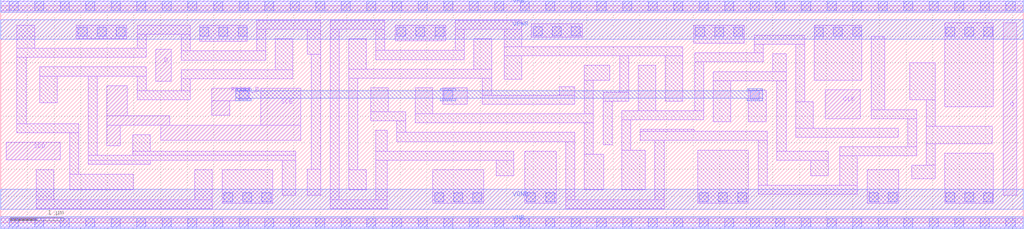
<source format=lef>
# Copyright 2020 The SkyWater PDK Authors
#
# Licensed under the Apache License, Version 2.0 (the "License");
# you may not use this file except in compliance with the License.
# You may obtain a copy of the License at
#
#     https://www.apache.org/licenses/LICENSE-2.0
#
# Unless required by applicable law or agreed to in writing, software
# distributed under the License is distributed on an "AS IS" BASIS,
# WITHOUT WARRANTIES OR CONDITIONS OF ANY KIND, either express or implied.
# See the License for the specific language governing permissions and
# limitations under the License.
#
# SPDX-License-Identifier: Apache-2.0

VERSION 5.5 ;
NAMESCASESENSITIVE ON ;
BUSBITCHARS "[]" ;
DIVIDERCHAR "/" ;
SITE unithvdbl
    SYMMETRY y  ;
    CLASS CORE  ;
    SIZE  0.480 BY 8.140 ;
END unithvdbl
MACRO sky130_fd_sc_hvl__sdfrtp_1
  CLASS CORE ;
  SOURCE USER ;
  ORIGIN  0.000000  0.000000 ;
  SIZE  19.20000 BY  4.070000 ;
  SYMMETRY X Y ;
  SITE unithv ;
  PIN D
    ANTENNAGATEAREA  0.420000 ;
    DIRECTION INPUT ;
    USE SIGNAL ;
    PORT
      LAYER li1 ;
        RECT 2.910000 2.660000 3.205000 3.260000 ;
    END
  END D
  PIN Q
    ANTENNADIFFAREA  0.626250 ;
    DIRECTION OUTPUT ;
    USE SIGNAL ;
    PORT
      LAYER li1 ;
        RECT 18.820000 0.515000 19.075000 3.755000 ;
    END
  END Q
  PIN RESET_B
    ANTENNAPARTIALMETALSIDEAREA  7.210000 ;
    DIRECTION INPUT ;
    USE SIGNAL ;
    PORT
      LAYER li1 ;
        RECT 3.965000 2.015000 4.300000 2.290000 ;
        RECT 3.965000 2.290000 4.675000 2.525000 ;
    END
  END RESET_B
  PIN SCD
    ANTENNAGATEAREA  0.420000 ;
    DIRECTION INPUT ;
    USE SIGNAL ;
    PORT
      LAYER li1 ;
        RECT 0.105000 1.180000 1.115000 1.510000 ;
    END
  END SCD
  PIN SCE
    ANTENNAGATEAREA  0.840000 ;
    DIRECTION INPUT ;
    USE SIGNAL ;
    PORT
      LAYER li1 ;
        RECT 1.995000 1.445000 2.245000 1.835000 ;
        RECT 1.995000 1.835000 3.175000 2.005000 ;
        RECT 1.995000 2.005000 2.380000 2.575000 ;
        RECT 3.005000 1.550000 5.635000 1.835000 ;
        RECT 4.880000 1.835000 5.635000 2.525000 ;
    END
  END SCE
  PIN CLK
    ANTENNAGATEAREA  0.585000 ;
    DIRECTION INPUT ;
    USE CLOCK ;
    PORT
      LAYER li1 ;
        RECT 15.485000 1.955000 16.140000 2.495000 ;
    END
  END CLK
  PIN VGND
    DIRECTION INOUT ;
    USE GROUND ;
    PORT
      LAYER met1 ;
        RECT 0.000000 0.255000 19.200000 0.625000 ;
    END
  END VGND
  PIN VNB
    DIRECTION INOUT ;
    USE GROUND ;
    PORT
      LAYER met1 ;
        RECT 0.000000 -0.115000 19.200000 0.115000 ;
    END
  END VNB
  PIN VPB
    DIRECTION INOUT ;
    USE POWER ;
    PORT
      LAYER met1 ;
        RECT 0.000000 3.955000 19.200000 4.185000 ;
    END
  END VPB
  PIN VPWR
    DIRECTION INOUT ;
    USE POWER ;
    PORT
      LAYER met1 ;
        RECT 0.000000 3.445000 19.200000 3.815000 ;
    END
  END VPWR
  OBS
    LAYER li1 ;
      RECT  0.000000 -0.085000 19.200000 0.085000 ;
      RECT  0.000000  3.985000 19.200000 4.155000 ;
      RECT  0.305000  1.690000  1.465000 1.860000 ;
      RECT  0.305000  1.860000  0.475000 3.105000 ;
      RECT  0.305000  3.105000  2.730000 3.275000 ;
      RECT  0.305000  3.275000  0.635000 3.705000 ;
      RECT  0.665000  0.265000  3.975000 0.435000 ;
      RECT  0.665000  0.435000  0.995000 0.995000 ;
      RECT  0.730000  2.255000  1.060000 2.755000 ;
      RECT  0.730000  2.755000  2.730000 2.925000 ;
      RECT  1.295000  0.615000  2.485000 0.915000 ;
      RECT  1.295000  0.915000  1.465000 1.690000 ;
      RECT  1.420000  3.455000  2.370000 3.705000 ;
      RECT  1.645000  1.095000  2.810000 1.175000 ;
      RECT  1.645000  1.175000  5.535000 1.265000 ;
      RECT  1.645000  1.265000  1.815000 2.755000 ;
      RECT  2.480000  1.265000  5.535000 1.345000 ;
      RECT  2.480000  1.345000  2.810000 1.655000 ;
      RECT  2.560000  2.310000  3.555000 2.480000 ;
      RECT  2.560000  2.480000  2.730000 2.755000 ;
      RECT  2.560000  3.275000  2.730000 3.535000 ;
      RECT  2.560000  3.535000  3.555000 3.705000 ;
      RECT  3.385000  2.480000  3.555000 2.705000 ;
      RECT  3.385000  2.705000  5.485000 2.875000 ;
      RECT  3.385000  3.055000  4.975000 3.225000 ;
      RECT  3.385000  3.225000  3.555000 3.535000 ;
      RECT  3.645000  0.435000  3.975000 0.995000 ;
      RECT  3.735000  3.405000  4.625000 3.705000 ;
      RECT  4.155000  0.365000  5.105000 0.995000 ;
      RECT  4.805000  3.225000  4.975000 3.635000 ;
      RECT  4.805000  3.635000  6.005000 3.805000 ;
      RECT  5.155000  2.875000  5.485000 3.455000 ;
      RECT  5.285000  0.515000  5.535000 1.175000 ;
      RECT  5.755000  0.515000  6.005000 1.005000 ;
      RECT  5.755000  3.165000  6.005000 3.635000 ;
      RECT  5.835000  1.005000  6.005000 3.165000 ;
      RECT  6.185000  0.265000  7.255000 0.435000 ;
      RECT  6.185000  0.435000  6.355000 3.635000 ;
      RECT  6.185000  3.635000  7.215000 3.805000 ;
      RECT  6.535000  0.615000  6.865000 0.995000 ;
      RECT  6.535000  0.995000  6.705000 2.715000 ;
      RECT  6.535000  2.715000  9.215000 2.885000 ;
      RECT  6.535000  2.885000  6.865000 3.455000 ;
      RECT  6.950000  1.915000  7.605000 2.085000 ;
      RECT  6.950000  2.085000  7.280000 2.535000 ;
      RECT  7.045000  0.435000  7.255000 1.175000 ;
      RECT  7.045000  1.175000  9.635000 1.345000 ;
      RECT  7.045000  1.345000  7.255000 1.735000 ;
      RECT  7.045000  3.065000  8.705000 3.235000 ;
      RECT  7.045000  3.235000  7.215000 3.635000 ;
      RECT  7.405000  3.415000  8.355000 3.705000 ;
      RECT  7.435000  1.525000 10.780000 1.695000 ;
      RECT  7.435000  1.695000  7.605000 1.915000 ;
      RECT  7.785000  1.875000 11.130000 2.045000 ;
      RECT  7.785000  2.045000  8.115000 2.535000 ;
      RECT  8.115000  0.365000  9.065000 0.995000 ;
      RECT  8.295000  2.225000  8.760000 2.535000 ;
      RECT  8.535000  3.235000  8.705000 3.635000 ;
      RECT  8.535000  3.635000  9.785000 3.805000 ;
      RECT  8.885000  2.885000  9.215000 3.455000 ;
      RECT  9.045000  2.225000 10.780000 2.395000 ;
      RECT  9.045000  2.395000  9.215000 2.715000 ;
      RECT  9.305000  0.885000  9.635000 1.175000 ;
      RECT  9.455000  2.695000  9.785000 3.135000 ;
      RECT  9.455000  3.135000 12.810000 3.305000 ;
      RECT  9.455000  3.305000  9.785000 3.635000 ;
      RECT  9.840000  0.365000 10.430000 1.345000 ;
      RECT  9.965000  3.485000 10.915000 3.735000 ;
      RECT 10.490000  2.395000 10.780000 2.555000 ;
      RECT 10.610000  0.265000 12.455000 0.435000 ;
      RECT 10.610000  0.435000 10.780000 1.525000 ;
      RECT 10.960000  0.615000 11.325000 1.285000 ;
      RECT 10.960000  1.285000 11.130000 1.875000 ;
      RECT 10.960000  2.045000 11.130000 2.675000 ;
      RECT 10.960000  2.675000 11.440000 2.955000 ;
      RECT 11.310000  1.465000 11.480000 2.285000 ;
      RECT 11.310000  2.285000 11.790000 2.455000 ;
      RECT 11.620000  2.455000 11.790000 3.135000 ;
      RECT 11.660000  0.615000 12.105000 1.365000 ;
      RECT 11.660000  1.365000 11.830000 1.935000 ;
      RECT 11.660000  1.935000 13.200000 2.105000 ;
      RECT 11.970000  2.105000 12.300000 2.955000 ;
      RECT 12.010000  1.545000 14.395000 1.715000 ;
      RECT 12.010000  1.715000 13.020000 1.755000 ;
      RECT 12.285000  0.435000 12.455000 1.545000 ;
      RECT 12.480000  2.285000 12.810000 3.135000 ;
      RECT 13.015000  3.370000 13.965000 3.705000 ;
      RECT 13.030000  2.105000 13.200000 3.020000 ;
      RECT 13.030000  3.020000 14.315000 3.190000 ;
      RECT 13.085000  0.365000 14.035000 1.365000 ;
      RECT 13.380000  1.895000 13.710000 2.670000 ;
      RECT 13.380000  2.670000 14.745000 2.840000 ;
      RECT 14.040000  1.895000 14.370000 2.490000 ;
      RECT 14.145000  3.190000 14.315000 3.355000 ;
      RECT 14.145000  3.355000 15.095000 3.525000 ;
      RECT 14.225000  0.535000 16.085000 0.705000 ;
      RECT 14.225000  0.705000 14.395000 1.545000 ;
      RECT 14.495000  2.840000 14.745000 3.175000 ;
      RECT 14.575000  1.175000 15.535000 1.345000 ;
      RECT 14.575000  1.345000 14.745000 2.670000 ;
      RECT 14.925000  1.605000 16.850000 1.775000 ;
      RECT 14.925000  1.775000 15.255000 2.275000 ;
      RECT 14.925000  2.275000 15.095000 3.355000 ;
      RECT 15.205000  0.885000 15.535000 1.175000 ;
      RECT 15.275000  2.675000 16.165000 3.705000 ;
      RECT 15.755000  0.705000 16.085000 1.255000 ;
      RECT 15.755000  1.255000 17.200000 1.425000 ;
      RECT 16.275000  0.365000 16.865000 0.995000 ;
      RECT 16.345000  1.955000 17.200000 2.125000 ;
      RECT 16.345000  2.125000 16.595000 3.505000 ;
      RECT 17.030000  1.425000 17.200000 1.955000 ;
      RECT 17.065000  2.305000 17.550000 3.005000 ;
      RECT 17.105000  0.825000 17.550000 1.075000 ;
      RECT 17.380000  1.075000 17.550000 1.485000 ;
      RECT 17.380000  1.485000 18.615000 1.815000 ;
      RECT 17.380000  1.815000 17.550000 2.305000 ;
      RECT 17.730000  0.365000 18.640000 1.305000 ;
      RECT 17.730000  2.175000 18.640000 3.755000 ;
    LAYER mcon ;
      RECT  0.155000 -0.085000  0.325000 0.085000 ;
      RECT  0.155000 -0.085000  0.325000 0.085000 ;
      RECT  0.155000  3.985000  0.325000 4.155000 ;
      RECT  0.155000  3.985000  0.325000 4.155000 ;
      RECT  0.635000 -0.085000  0.805000 0.085000 ;
      RECT  0.635000 -0.085000  0.805000 0.085000 ;
      RECT  0.635000  3.985000  0.805000 4.155000 ;
      RECT  0.635000  3.985000  0.805000 4.155000 ;
      RECT  1.115000 -0.085000  1.285000 0.085000 ;
      RECT  1.115000 -0.085000  1.285000 0.085000 ;
      RECT  1.115000  3.985000  1.285000 4.155000 ;
      RECT  1.115000  3.985000  1.285000 4.155000 ;
      RECT  1.450000  3.505000  1.620000 3.675000 ;
      RECT  1.595000 -0.085000  1.765000 0.085000 ;
      RECT  1.595000 -0.085000  1.765000 0.085000 ;
      RECT  1.595000  3.985000  1.765000 4.155000 ;
      RECT  1.595000  3.985000  1.765000 4.155000 ;
      RECT  1.810000  3.505000  1.980000 3.675000 ;
      RECT  2.075000 -0.085000  2.245000 0.085000 ;
      RECT  2.075000 -0.085000  2.245000 0.085000 ;
      RECT  2.075000  3.985000  2.245000 4.155000 ;
      RECT  2.075000  3.985000  2.245000 4.155000 ;
      RECT  2.170000  3.505000  2.340000 3.675000 ;
      RECT  2.555000 -0.085000  2.725000 0.085000 ;
      RECT  2.555000 -0.085000  2.725000 0.085000 ;
      RECT  2.555000  3.985000  2.725000 4.155000 ;
      RECT  2.555000  3.985000  2.725000 4.155000 ;
      RECT  3.035000 -0.085000  3.205000 0.085000 ;
      RECT  3.035000 -0.085000  3.205000 0.085000 ;
      RECT  3.035000  3.985000  3.205000 4.155000 ;
      RECT  3.035000  3.985000  3.205000 4.155000 ;
      RECT  3.515000 -0.085000  3.685000 0.085000 ;
      RECT  3.515000 -0.085000  3.685000 0.085000 ;
      RECT  3.515000  3.985000  3.685000 4.155000 ;
      RECT  3.515000  3.985000  3.685000 4.155000 ;
      RECT  3.735000  3.505000  3.905000 3.675000 ;
      RECT  3.995000 -0.085000  4.165000 0.085000 ;
      RECT  3.995000 -0.085000  4.165000 0.085000 ;
      RECT  3.995000  3.985000  4.165000 4.155000 ;
      RECT  3.995000  3.985000  4.165000 4.155000 ;
      RECT  4.095000  3.505000  4.265000 3.675000 ;
      RECT  4.185000  0.395000  4.355000 0.565000 ;
      RECT  4.455000  3.505000  4.625000 3.675000 ;
      RECT  4.475000 -0.085000  4.645000 0.085000 ;
      RECT  4.475000 -0.085000  4.645000 0.085000 ;
      RECT  4.475000  2.320000  4.645000 2.490000 ;
      RECT  4.475000  3.985000  4.645000 4.155000 ;
      RECT  4.475000  3.985000  4.645000 4.155000 ;
      RECT  4.545000  0.395000  4.715000 0.565000 ;
      RECT  4.905000  0.395000  5.075000 0.565000 ;
      RECT  4.955000 -0.085000  5.125000 0.085000 ;
      RECT  4.955000 -0.085000  5.125000 0.085000 ;
      RECT  4.955000  3.985000  5.125000 4.155000 ;
      RECT  4.955000  3.985000  5.125000 4.155000 ;
      RECT  5.435000 -0.085000  5.605000 0.085000 ;
      RECT  5.435000 -0.085000  5.605000 0.085000 ;
      RECT  5.435000  3.985000  5.605000 4.155000 ;
      RECT  5.435000  3.985000  5.605000 4.155000 ;
      RECT  5.915000 -0.085000  6.085000 0.085000 ;
      RECT  5.915000 -0.085000  6.085000 0.085000 ;
      RECT  5.915000  3.985000  6.085000 4.155000 ;
      RECT  5.915000  3.985000  6.085000 4.155000 ;
      RECT  6.395000 -0.085000  6.565000 0.085000 ;
      RECT  6.395000 -0.085000  6.565000 0.085000 ;
      RECT  6.395000  3.985000  6.565000 4.155000 ;
      RECT  6.395000  3.985000  6.565000 4.155000 ;
      RECT  6.875000 -0.085000  7.045000 0.085000 ;
      RECT  6.875000 -0.085000  7.045000 0.085000 ;
      RECT  6.875000  3.985000  7.045000 4.155000 ;
      RECT  6.875000  3.985000  7.045000 4.155000 ;
      RECT  7.355000 -0.085000  7.525000 0.085000 ;
      RECT  7.355000 -0.085000  7.525000 0.085000 ;
      RECT  7.355000  3.985000  7.525000 4.155000 ;
      RECT  7.355000  3.985000  7.525000 4.155000 ;
      RECT  7.435000  3.505000  7.605000 3.675000 ;
      RECT  7.795000  3.505000  7.965000 3.675000 ;
      RECT  7.835000 -0.085000  8.005000 0.085000 ;
      RECT  7.835000 -0.085000  8.005000 0.085000 ;
      RECT  7.835000  3.985000  8.005000 4.155000 ;
      RECT  7.835000  3.985000  8.005000 4.155000 ;
      RECT  8.145000  0.395000  8.315000 0.565000 ;
      RECT  8.155000  3.505000  8.325000 3.675000 ;
      RECT  8.315000 -0.085000  8.485000 0.085000 ;
      RECT  8.315000 -0.085000  8.485000 0.085000 ;
      RECT  8.315000  2.320000  8.485000 2.490000 ;
      RECT  8.315000  3.985000  8.485000 4.155000 ;
      RECT  8.315000  3.985000  8.485000 4.155000 ;
      RECT  8.505000  0.395000  8.675000 0.565000 ;
      RECT  8.795000 -0.085000  8.965000 0.085000 ;
      RECT  8.795000 -0.085000  8.965000 0.085000 ;
      RECT  8.795000  3.985000  8.965000 4.155000 ;
      RECT  8.795000  3.985000  8.965000 4.155000 ;
      RECT  8.865000  0.395000  9.035000 0.565000 ;
      RECT  9.275000 -0.085000  9.445000 0.085000 ;
      RECT  9.275000 -0.085000  9.445000 0.085000 ;
      RECT  9.275000  3.985000  9.445000 4.155000 ;
      RECT  9.275000  3.985000  9.445000 4.155000 ;
      RECT  9.755000 -0.085000  9.925000 0.085000 ;
      RECT  9.755000 -0.085000  9.925000 0.085000 ;
      RECT  9.755000  3.985000  9.925000 4.155000 ;
      RECT  9.755000  3.985000  9.925000 4.155000 ;
      RECT  9.870000  0.395000 10.040000 0.565000 ;
      RECT  9.995000  3.515000 10.165000 3.685000 ;
      RECT 10.230000  0.395000 10.400000 0.565000 ;
      RECT 10.235000 -0.085000 10.405000 0.085000 ;
      RECT 10.235000 -0.085000 10.405000 0.085000 ;
      RECT 10.235000  3.985000 10.405000 4.155000 ;
      RECT 10.235000  3.985000 10.405000 4.155000 ;
      RECT 10.355000  3.515000 10.525000 3.685000 ;
      RECT 10.715000 -0.085000 10.885000 0.085000 ;
      RECT 10.715000 -0.085000 10.885000 0.085000 ;
      RECT 10.715000  3.515000 10.885000 3.685000 ;
      RECT 10.715000  3.985000 10.885000 4.155000 ;
      RECT 10.715000  3.985000 10.885000 4.155000 ;
      RECT 11.195000 -0.085000 11.365000 0.085000 ;
      RECT 11.195000 -0.085000 11.365000 0.085000 ;
      RECT 11.195000  3.985000 11.365000 4.155000 ;
      RECT 11.195000  3.985000 11.365000 4.155000 ;
      RECT 11.675000 -0.085000 11.845000 0.085000 ;
      RECT 11.675000 -0.085000 11.845000 0.085000 ;
      RECT 11.675000  3.985000 11.845000 4.155000 ;
      RECT 11.675000  3.985000 11.845000 4.155000 ;
      RECT 12.155000 -0.085000 12.325000 0.085000 ;
      RECT 12.155000 -0.085000 12.325000 0.085000 ;
      RECT 12.155000  3.985000 12.325000 4.155000 ;
      RECT 12.155000  3.985000 12.325000 4.155000 ;
      RECT 12.635000 -0.085000 12.805000 0.085000 ;
      RECT 12.635000 -0.085000 12.805000 0.085000 ;
      RECT 12.635000  3.985000 12.805000 4.155000 ;
      RECT 12.635000  3.985000 12.805000 4.155000 ;
      RECT 13.045000  3.505000 13.215000 3.675000 ;
      RECT 13.115000 -0.085000 13.285000 0.085000 ;
      RECT 13.115000 -0.085000 13.285000 0.085000 ;
      RECT 13.115000  0.395000 13.285000 0.565000 ;
      RECT 13.115000  3.985000 13.285000 4.155000 ;
      RECT 13.115000  3.985000 13.285000 4.155000 ;
      RECT 13.405000  3.505000 13.575000 3.675000 ;
      RECT 13.475000  0.395000 13.645000 0.565000 ;
      RECT 13.595000 -0.085000 13.765000 0.085000 ;
      RECT 13.595000 -0.085000 13.765000 0.085000 ;
      RECT 13.595000  3.985000 13.765000 4.155000 ;
      RECT 13.595000  3.985000 13.765000 4.155000 ;
      RECT 13.765000  3.505000 13.935000 3.675000 ;
      RECT 13.835000  0.395000 14.005000 0.565000 ;
      RECT 14.075000 -0.085000 14.245000 0.085000 ;
      RECT 14.075000 -0.085000 14.245000 0.085000 ;
      RECT 14.075000  2.320000 14.245000 2.490000 ;
      RECT 14.075000  3.985000 14.245000 4.155000 ;
      RECT 14.075000  3.985000 14.245000 4.155000 ;
      RECT 14.555000 -0.085000 14.725000 0.085000 ;
      RECT 14.555000 -0.085000 14.725000 0.085000 ;
      RECT 14.555000  3.985000 14.725000 4.155000 ;
      RECT 14.555000  3.985000 14.725000 4.155000 ;
      RECT 15.035000 -0.085000 15.205000 0.085000 ;
      RECT 15.035000 -0.085000 15.205000 0.085000 ;
      RECT 15.035000  3.985000 15.205000 4.155000 ;
      RECT 15.035000  3.985000 15.205000 4.155000 ;
      RECT 15.275000  3.505000 15.445000 3.675000 ;
      RECT 15.515000 -0.085000 15.685000 0.085000 ;
      RECT 15.515000 -0.085000 15.685000 0.085000 ;
      RECT 15.515000  3.985000 15.685000 4.155000 ;
      RECT 15.515000  3.985000 15.685000 4.155000 ;
      RECT 15.635000  3.505000 15.805000 3.675000 ;
      RECT 15.995000 -0.085000 16.165000 0.085000 ;
      RECT 15.995000 -0.085000 16.165000 0.085000 ;
      RECT 15.995000  3.505000 16.165000 3.675000 ;
      RECT 15.995000  3.985000 16.165000 4.155000 ;
      RECT 15.995000  3.985000 16.165000 4.155000 ;
      RECT 16.305000  0.395000 16.475000 0.565000 ;
      RECT 16.475000 -0.085000 16.645000 0.085000 ;
      RECT 16.475000 -0.085000 16.645000 0.085000 ;
      RECT 16.475000  3.985000 16.645000 4.155000 ;
      RECT 16.475000  3.985000 16.645000 4.155000 ;
      RECT 16.665000  0.395000 16.835000 0.565000 ;
      RECT 16.955000 -0.085000 17.125000 0.085000 ;
      RECT 16.955000 -0.085000 17.125000 0.085000 ;
      RECT 16.955000  3.985000 17.125000 4.155000 ;
      RECT 16.955000  3.985000 17.125000 4.155000 ;
      RECT 17.435000 -0.085000 17.605000 0.085000 ;
      RECT 17.435000 -0.085000 17.605000 0.085000 ;
      RECT 17.435000  3.985000 17.605000 4.155000 ;
      RECT 17.435000  3.985000 17.605000 4.155000 ;
      RECT 17.740000  0.395000 17.910000 0.565000 ;
      RECT 17.740000  3.505000 17.910000 3.675000 ;
      RECT 17.915000 -0.085000 18.085000 0.085000 ;
      RECT 17.915000 -0.085000 18.085000 0.085000 ;
      RECT 17.915000  3.985000 18.085000 4.155000 ;
      RECT 17.915000  3.985000 18.085000 4.155000 ;
      RECT 18.100000  0.395000 18.270000 0.565000 ;
      RECT 18.100000  3.505000 18.270000 3.675000 ;
      RECT 18.395000 -0.085000 18.565000 0.085000 ;
      RECT 18.395000 -0.085000 18.565000 0.085000 ;
      RECT 18.395000  3.985000 18.565000 4.155000 ;
      RECT 18.395000  3.985000 18.565000 4.155000 ;
      RECT 18.460000  0.395000 18.630000 0.565000 ;
      RECT 18.460000  3.505000 18.630000 3.675000 ;
      RECT 18.875000 -0.085000 19.045000 0.085000 ;
      RECT 18.875000 -0.085000 19.045000 0.085000 ;
      RECT 18.875000  3.985000 19.045000 4.155000 ;
      RECT 18.875000  3.985000 19.045000 4.155000 ;
    LAYER met1 ;
      RECT  4.415000 2.290000  4.705000 2.335000 ;
      RECT  4.415000 2.335000 14.305000 2.475000 ;
      RECT  4.415000 2.475000  4.705000 2.520000 ;
      RECT  8.255000 2.290000  8.545000 2.335000 ;
      RECT  8.255000 2.475000  8.545000 2.520000 ;
      RECT 14.015000 2.290000 14.305000 2.335000 ;
      RECT 14.015000 2.475000 14.305000 2.520000 ;
  END
END sky130_fd_sc_hvl__sdfrtp_1

</source>
